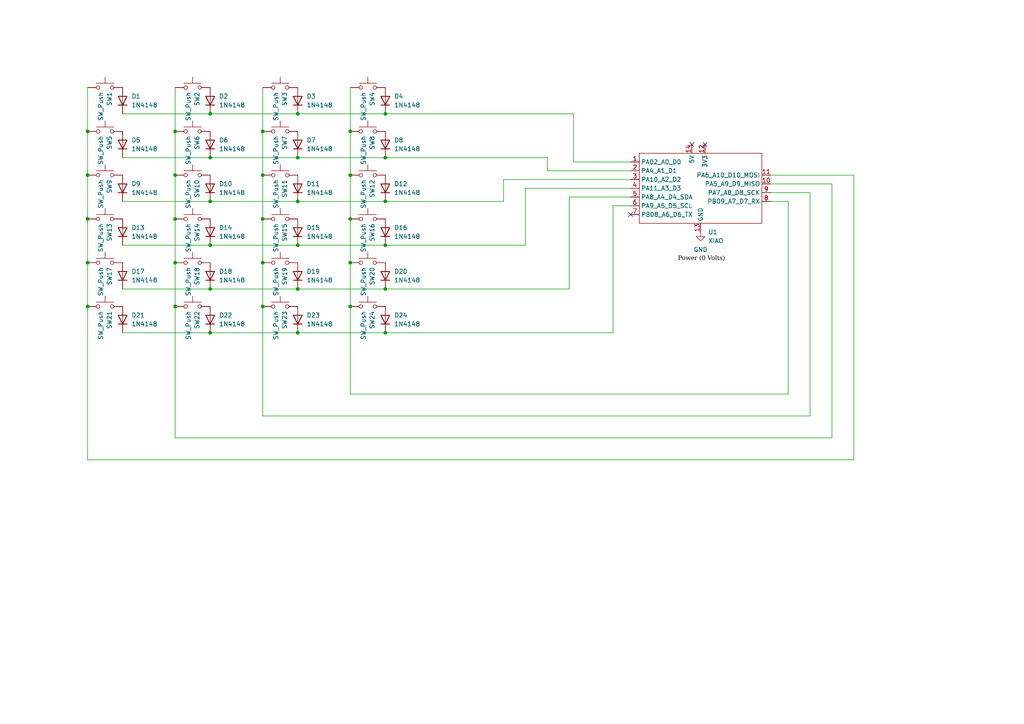
<source format=kicad_sch>
(kicad_sch (version 20231120) (generator "eeschema") (generator_version "8.0")
  (paper "A4")
  (lib_symbols
    (symbol "Device:D" (pin_numbers hide) (pin_names (offset 1.016) hide)
      (property "Reference" "D" (at 0 2.54 0))
      (property "Value" "D" (at 0 -2.54 0))
      (symbol "D_0_1"
        (polyline (pts (xy -1.27 1.27) (xy -1.27 -1.27)) (stroke (width 0.254)))
        (polyline (pts (xy 1.27 0) (xy -1.27 0)))
        (polyline (pts (xy 1.27 1.27) (xy 1.27 -1.27) (xy -1.27 0) (xy 1.27 1.27)) (stroke (width 0.254)))
      )
      (symbol "D_1_1"
        (pin passive line (at -3.81 0 0) (length 2.54) (name "K") (number "1"))
        (pin passive line (at 3.81 0 180) (length 2.54) (name "A") (number "2"))
      )
    )
    (symbol "Switch:SW_Push" (pin_numbers hide) (pin_names (offset 1.016) hide)
      (property "Reference" "SW" (at 1.27 2.54 0))
      (property "Value" "SW_Push" (at 0 -1.524 0))
      (symbol "SW_Push_0_1"
        (circle (center -2.032 0) (radius 0.508))
        (polyline (pts (xy 0 1.27) (xy 0 3.048)))
        (polyline (pts (xy 2.54 1.27) (xy -2.54 1.27)))
        (circle (center 2.032 0) (radius 0.508))
        (pin passive line (at -5.08 0 0) (length 2.54) (name "1") (number "1"))
        (pin passive line (at 5.08 0 180) (length 2.54) (name "2") (number "2"))
      )
    )
    (symbol "XIAO_RP2040:MOUDLE-SEEEDUINO-XIAO"
      (property "Reference" "U" (at -16.51 11.43 0))
      (property "Value" "XIAO" (at -14.478 -11.43 0))
      (symbol "MOUDLE-SEEEDUINO-XIAO_0_1"
        (rectangle (start -16.51 10.16) (end 19.05 -10.16))
      )
      (symbol "MOUDLE-SEEEDUINO-XIAO_1_1"
        (pin bidirectional line (at -19.05 7.62 0) (length 2.54) (name "PA02_A0_D0") (number "1"))
        (pin bidirectional line (at 21.59 1.27 180) (length 2.54) (name "PA5_A9_D9_MISO") (number "10"))
        (pin bidirectional line (at 21.59 3.81 180) (length 2.54) (name "PA6_A10_D10_MOSI") (number "11"))
        (pin power_out line (at 2.54 12.7 270) (length 2.54) (name "3V3") (number "12"))
        (pin power_out line (at 1.27 -12.7 90) (length 2.54) (name "GND") (number "13"))
        (pin power_out line (at -1.27 12.7 270) (length 2.54) (name "5V") (number "14"))
        (pin bidirectional line (at -19.05 5.08 0) (length 2.54) (name "PA4_A1_D1") (number "2"))
        (pin bidirectional line (at -19.05 2.54 0) (length 2.54) (name "PA10_A2_D2") (number "3"))
        (pin bidirectional line (at -19.05 0 0) (length 2.54) (name "PA11_A3_D3") (number "4"))
        (pin bidirectional line (at -19.05 -2.54 0) (length 2.54) (name "PA8_A4_D4_SDA") (number "5"))
        (pin bidirectional line (at -19.05 -5.08 0) (length 2.54) (name "PA9_A5_D5_SCL") (number "6"))
        (pin bidirectional line (at -19.05 -7.62 0) (length 2.54) (name "PB08_A6_D6_TX") (number "7"))
        (pin bidirectional line (at 21.59 -3.81 180) (length 2.54) (name "PB09_A7_D7_RX") (number "8"))
        (pin bidirectional line (at 21.59 -1.27 180) (length 2.54) (name "PA7_A8_D8_SCK") (number "9"))
      )
    )
    (symbol "power:GND" (power) (pin_numbers hide) (pin_names (offset 0) hide)
      (property "Value" "GND" (at 0 -3.81 0))
      (symbol "GND_0_1"
        (polyline (pts (xy 0 0) (xy 0 -1.27) (xy 1.27 -1.27) (xy 0 -2.54) (xy -1.27 -1.27) (xy 0 -1.27)))
      )
      (symbol "GND_1_1"
        (pin power_in line (at 0 0 270) (length 0) (name "~") (number "1"))
      )
    )
  )
  (junction (at 111.76 96.52))
  (junction (at 76.2 50.8))
  (junction (at 76.2 38.1))
  (junction (at 60.96 71.12))
  (junction (at 25.4 63.5))
  (junction (at 50.8 50.8))
  (junction (at 111.76 33.02))
  (junction (at 76.2 88.9))
  (junction (at 111.76 45.72))
  (junction (at 50.8 76.2))
  (junction (at 76.2 76.2))
  (junction (at 60.96 45.72))
  (junction (at 50.8 38.1))
  (junction (at 101.6 38.1))
  (junction (at 50.8 63.5))
  (junction (at 86.36 83.82))
  (junction (at 60.96 83.82))
  (junction (at 50.8 88.9))
  (junction (at 101.6 76.2))
  (junction (at 25.4 50.8))
  (junction (at 86.36 96.52))
  (junction (at 25.4 76.2))
  (junction (at 86.36 71.12))
  (junction (at 101.6 50.8))
  (junction (at 111.76 83.82))
  (junction (at 86.36 33.02))
  (junction (at 101.6 88.9))
  (junction (at 25.4 88.9))
  (junction (at 25.4 38.1))
  (junction (at 86.36 45.72))
  (junction (at 60.96 33.02))
  (junction (at 111.76 71.12))
  (junction (at 60.96 96.52))
  (junction (at 60.96 58.42))
  (junction (at 111.76 58.42))
  (junction (at 86.36 58.42))
  (junction (at 76.2 63.5))
  (junction (at 101.6 63.5))
  (no_connect (at 182.88 62.23))
  (no_connect (at 200.66 41.91))
  (no_connect (at 204.47 41.91))
  (wire (pts (xy 152.4 54.61) (xy 152.4 71.12)))
  (wire (pts (xy 35.56 96.52) (xy 60.96 96.52)))
  (wire (pts (xy 223.52 55.88) (xy 234.95 55.88)))
  (wire (pts (xy 86.36 71.12) (xy 111.76 71.12)))
  (wire (pts (xy 111.76 96.52) (xy 177.8 96.52)))
  (wire (pts (xy 86.36 58.42) (xy 111.76 58.42)))
  (wire (pts (xy 182.88 46.99) (xy 166.37 46.99)))
  (wire (pts (xy 223.52 50.8) (xy 247.65 50.8)))
  (wire (pts (xy 177.8 59.69) (xy 177.8 96.52)))
  (wire (pts (xy 60.96 71.12) (xy 86.36 71.12)))
  (wire (pts (xy 86.36 83.82) (xy 111.76 83.82)))
  (wire (pts (xy 182.88 54.61) (xy 152.4 54.61)))
  (wire (pts (xy 101.6 50.8) (xy 101.6 63.5)))
  (wire (pts (xy 60.96 96.52) (xy 86.36 96.52)))
  (wire (pts (xy 50.8 25.4) (xy 50.8 38.1)))
  (wire (pts (xy 25.4 63.5) (xy 25.4 76.2)))
  (wire (pts (xy 165.1 57.15) (xy 165.1 83.82)))
  (wire (pts (xy 158.75 49.53) (xy 158.75 45.72)))
  (wire (pts (xy 101.6 38.1) (xy 101.6 50.8)))
  (wire (pts (xy 101.6 25.4) (xy 101.6 38.1)))
  (wire (pts (xy 111.76 45.72) (xy 158.75 45.72)))
  (wire (pts (xy 76.2 25.4) (xy 76.2 38.1)))
  (wire (pts (xy 111.76 71.12) (xy 152.4 71.12)))
  (wire (pts (xy 234.95 120.65) (xy 76.2 120.65)))
  (wire (pts (xy 25.4 76.2) (xy 25.4 88.9)))
  (wire (pts (xy 111.76 33.02) (xy 166.37 33.02)))
  (wire (pts (xy 60.96 45.72) (xy 86.36 45.72)))
  (wire (pts (xy 86.36 33.02) (xy 111.76 33.02)))
  (wire (pts (xy 35.56 33.02) (xy 60.96 33.02)))
  (wire (pts (xy 223.52 58.42) (xy 228.6 58.42)))
  (wire (pts (xy 50.8 76.2) (xy 50.8 88.9)))
  (wire (pts (xy 146.05 52.07) (xy 146.05 58.42)))
  (wire (pts (xy 86.36 96.52) (xy 111.76 96.52)))
  (wire (pts (xy 101.6 63.5) (xy 101.6 76.2)))
  (wire (pts (xy 182.88 52.07) (xy 146.05 52.07)))
  (wire (pts (xy 228.6 58.42) (xy 228.6 114.3)))
  (wire (pts (xy 247.65 50.8) (xy 247.65 133.35)))
  (wire (pts (xy 25.4 38.1) (xy 25.4 50.8)))
  (wire (pts (xy 35.56 45.72) (xy 60.96 45.72)))
  (wire (pts (xy 76.2 50.8) (xy 76.2 63.5)))
  (wire (pts (xy 76.2 88.9) (xy 76.2 120.65)))
  (wire (pts (xy 76.2 63.5) (xy 76.2 76.2)))
  (wire (pts (xy 182.88 49.53) (xy 158.75 49.53)))
  (wire (pts (xy 76.2 38.1) (xy 76.2 50.8)))
  (wire (pts (xy 241.3 127) (xy 50.8 127)))
  (wire (pts (xy 223.52 53.34) (xy 241.3 53.34)))
  (wire (pts (xy 60.96 33.02) (xy 86.36 33.02)))
  (wire (pts (xy 50.8 88.9) (xy 50.8 127)))
  (wire (pts (xy 234.95 55.88) (xy 234.95 120.65)))
  (wire (pts (xy 247.65 133.35) (xy 25.4 133.35)))
  (wire (pts (xy 25.4 25.4) (xy 25.4 38.1)))
  (wire (pts (xy 166.37 46.99) (xy 166.37 33.02)))
  (wire (pts (xy 50.8 63.5) (xy 50.8 76.2)))
  (wire (pts (xy 182.88 59.69) (xy 177.8 59.69)))
  (wire (pts (xy 35.56 83.82) (xy 60.96 83.82)))
  (wire (pts (xy 50.8 38.1) (xy 50.8 50.8)))
  (wire (pts (xy 76.2 76.2) (xy 76.2 88.9)))
  (wire (pts (xy 228.6 114.3) (xy 101.6 114.3)))
  (wire (pts (xy 35.56 71.12) (xy 60.96 71.12)))
  (wire (pts (xy 50.8 50.8) (xy 50.8 63.5)))
  (wire (pts (xy 60.96 83.82) (xy 86.36 83.82)))
  (wire (pts (xy 241.3 53.34) (xy 241.3 127)))
  (wire (pts (xy 86.36 45.72) (xy 111.76 45.72)))
  (wire (pts (xy 60.96 58.42) (xy 86.36 58.42)))
  (wire (pts (xy 35.56 58.42) (xy 60.96 58.42)))
  (wire (pts (xy 25.4 88.9) (xy 25.4 133.35)))
  (wire (pts (xy 25.4 50.8) (xy 25.4 63.5)))
  (wire (pts (xy 101.6 76.2) (xy 101.6 88.9)))
  (wire (pts (xy 111.76 58.42) (xy 146.05 58.42)))
  (wire (pts (xy 101.6 88.9) (xy 101.6 114.3)))
  (wire (pts (xy 111.76 83.82) (xy 165.1 83.82)))
  (wire (pts (xy 182.88 57.15) (xy 165.1 57.15)))
  (text "Power (0 Volts)" (at 203.454 75.438 0) (effects (font (size 1.27 1.27))))
  (symbol (lib_id "Device:D") (at 60.96 80.01 90) (unit 1)
    (property "Reference" "D18" (at 63.5 78.7399 90) (effects (justify right)))
    (property "Value" "1N4148" (at 63.5 81.2799 90) (effects (justify right)))
    (property "Footprint" "Diode_THT:D_DO-35_SOD27_P7.62mm_Horizontal" (effects (hide yes)))
    (property "Description" "Diode" (effects (hide yes)))
    (property "Sim.Device" "D" (effects (hide yes)))
    (property "Sim.Pins" "1=K 2=A" (effects (hide yes)))
  )
  (symbol (lib_id "Device:D") (at 60.96 54.61 90) (unit 1)
    (property "Reference" "D10" (at 63.5 53.3399 90) (effects (justify right)))
    (property "Value" "1N4148" (at 63.5 55.8799 90) (effects (justify right)))
    (property "Footprint" "Diode_THT:D_DO-35_SOD27_P7.62mm_Horizontal" (effects (hide yes)))
    (property "Description" "Diode" (effects (hide yes)))
    (property "Sim.Device" "D" (effects (hide yes)))
    (property "Sim.Pins" "1=K 2=A" (effects (hide yes)))
  )
  (symbol (lib_id "Switch:SW_Push") (at 106.68 38.1 0) (unit 1)
    (property "Reference" "SW8" (at 107.9501 39.37 90) (effects (justify right)))
    (property "Value" "SW_Push" (at 105.4101 39.37 90) (effects (justify right)))
    (property "Footprint" "Button_Switch_Keyboard:SW_Cherry_MX_1.00u_PCB" (effects (hide yes)))
    (property "Description" "Push button switch, generic, two pins" (effects (hide yes)))
  )
  (symbol (lib_id "Device:D") (at 111.76 67.31 90) (unit 1)
    (property "Reference" "D16" (at 114.3 66.0399 90) (effects (justify right)))
    (property "Value" "1N4148" (at 114.3 68.5799 90) (effects (justify right)))
    (property "Footprint" "Diode_THT:D_DO-35_SOD27_P7.62mm_Horizontal" (effects (hide yes)))
    (property "Description" "Diode" (effects (hide yes)))
    (property "Sim.Device" "D" (effects (hide yes)))
    (property "Sim.Pins" "1=K 2=A" (effects (hide yes)))
  )
  (symbol (lib_id "Device:D") (at 111.76 29.21 90) (unit 1)
    (property "Reference" "D4" (at 114.3 27.9399 90) (effects (justify right)))
    (property "Value" "1N4148" (at 114.3 30.4799 90) (effects (justify right)))
    (property "Footprint" "Diode_THT:D_DO-35_SOD27_P7.62mm_Horizontal" (effects (hide yes)))
    (property "Description" "Diode" (effects (hide yes)))
    (property "Sim.Device" "D" (effects (hide yes)))
    (property "Sim.Pins" "1=K 2=A" (effects (hide yes)))
  )
  (symbol (lib_id "Device:D") (at 35.56 92.71 90) (unit 1)
    (property "Reference" "D21" (at 38.1 91.4399 90) (effects (justify right)))
    (property "Value" "1N4148" (at 38.1 93.9799 90) (effects (justify right)))
    (property "Footprint" "Diode_THT:D_DO-35_SOD27_P7.62mm_Horizontal" (effects (hide yes)))
    (property "Description" "Diode" (effects (hide yes)))
    (property "Sim.Device" "D" (effects (hide yes)))
    (property "Sim.Pins" "1=K 2=A" (effects (hide yes)))
  )
  (symbol (lib_id "Device:D") (at 60.96 67.31 90) (unit 1)
    (property "Reference" "D14" (at 63.5 66.0399 90) (effects (justify right)))
    (property "Value" "1N4148" (at 63.5 68.5799 90) (effects (justify right)))
    (property "Footprint" "Diode_THT:D_DO-35_SOD27_P7.62mm_Horizontal" (effects (hide yes)))
    (property "Description" "Diode" (effects (hide yes)))
    (property "Sim.Device" "D" (effects (hide yes)))
    (property "Sim.Pins" "1=K 2=A" (effects (hide yes)))
  )
  (symbol (lib_id "Device:D") (at 35.56 29.21 90) (unit 1)
    (property "Reference" "D1" (at 38.1 27.9399 90) (effects (justify right)))
    (property "Value" "1N4148" (at 38.1 30.4799 90) (effects (justify right)))
    (property "Footprint" "Diode_THT:D_DO-35_SOD27_P7.62mm_Horizontal" (effects (hide yes)))
    (property "Description" "Diode" (effects (hide yes)))
    (property "Sim.Device" "D" (effects (hide yes)))
    (property "Sim.Pins" "1=K 2=A" (effects (hide yes)))
  )
  (symbol (lib_id "Switch:SW_Push") (at 81.28 25.4 0) (unit 1)
    (property "Reference" "SW3" (at 82.5501 26.67 90) (effects (justify right)))
    (property "Value" "SW_Push" (at 80.0101 26.67 90) (effects (justify right)))
    (property "Footprint" "Button_Switch_Keyboard:SW_Cherry_MX_1.00u_PCB" (effects (hide yes)))
    (property "Description" "Push button switch, generic, two pins" (effects (hide yes)))
  )
  (symbol (lib_id "Switch:SW_Push") (at 81.28 63.5 0) (unit 1)
    (property "Reference" "SW15" (at 82.5501 64.77 90) (effects (justify right)))
    (property "Value" "SW_Push" (at 80.0101 64.77 90) (effects (justify right)))
    (property "Footprint" "Button_Switch_Keyboard:SW_Cherry_MX_1.00u_PCB" (effects (hide yes)))
    (property "Description" "Push button switch, generic, two pins" (effects (hide yes)))
  )
  (symbol (lib_id "Device:D") (at 60.96 92.71 90) (unit 1)
    (property "Reference" "D22" (at 63.5 91.4399 90) (effects (justify right)))
    (property "Value" "1N4148" (at 63.5 93.9799 90) (effects (justify right)))
    (property "Footprint" "Diode_THT:D_DO-35_SOD27_P7.62mm_Horizontal" (effects (hide yes)))
    (property "Description" "Diode" (effects (hide yes)))
    (property "Sim.Device" "D" (effects (hide yes)))
    (property "Sim.Pins" "1=K 2=A" (effects (hide yes)))
  )
  (symbol (lib_id "Switch:SW_Push") (at 30.48 76.2 0) (unit 1)
    (property "Reference" "SW17" (at 31.7501 77.47 90) (effects (justify right)))
    (property "Value" "SW_Push" (at 29.2101 77.47 90) (effects (justify right)))
    (property "Footprint" "Button_Switch_Keyboard:SW_Cherry_MX_1.00u_PCB" (effects (hide yes)))
    (property "Description" "Push button switch, generic, two pins" (effects (hide yes)))
  )
  (symbol (lib_id "XIAO_RP2040:MOUDLE-SEEEDUINO-XIAO") (at 201.93 54.61 0) (unit 1)
    (property "Reference" "U1" (at 205.3941 67.31 0) (effects (justify left)))
    (property "Value" "XIAO" (at 205.3941 69.85 0) (effects (justify left)))
    (property "Footprint" "footprints:XIAO-Generic-Hybrid-14P-2.54-21X17.8MM" (effects (hide yes)))
  )
  (symbol (lib_id "Switch:SW_Push") (at 81.28 88.9 0) (unit 1)
    (property "Reference" "SW23" (at 82.5501 90.17 90) (effects (justify right)))
    (property "Value" "SW_Push" (at 80.0101 90.17 90) (effects (justify right)))
    (property "Footprint" "Button_Switch_Keyboard:SW_Cherry_MX_1.00u_PCB" (effects (hide yes)))
    (property "Description" "Push button switch, generic, two pins" (effects (hide yes)))
  )
  (symbol (lib_id "Device:D") (at 60.96 41.91 90) (unit 1)
    (property "Reference" "D6" (at 63.5 40.6399 90) (effects (justify right)))
    (property "Value" "1N4148" (at 63.5 43.1799 90) (effects (justify right)))
    (property "Footprint" "Diode_THT:D_DO-35_SOD27_P7.62mm_Horizontal" (effects (hide yes)))
    (property "Description" "Diode" (effects (hide yes)))
    (property "Sim.Device" "D" (effects (hide yes)))
    (property "Sim.Pins" "1=K 2=A" (effects (hide yes)))
  )
  (symbol (lib_id "Device:D") (at 86.36 54.61 90) (unit 1)
    (property "Reference" "D11" (at 88.9 53.3399 90) (effects (justify right)))
    (property "Value" "1N4148" (at 88.9 55.8799 90) (effects (justify right)))
    (property "Footprint" "Diode_THT:D_DO-35_SOD27_P7.62mm_Horizontal" (effects (hide yes)))
    (property "Description" "Diode" (effects (hide yes)))
    (property "Sim.Device" "D" (effects (hide yes)))
    (property "Sim.Pins" "1=K 2=A" (effects (hide yes)))
  )
  (symbol (lib_id "Switch:SW_Push") (at 30.48 63.5 0) (unit 1)
    (property "Reference" "SW13" (at 31.7501 64.77 90) (effects (justify right)))
    (property "Value" "SW_Push" (at 29.2101 64.77 90) (effects (justify right)))
    (property "Footprint" "Button_Switch_Keyboard:SW_Cherry_MX_1.00u_PCB" (effects (hide yes)))
    (property "Description" "Push button switch, generic, two pins" (effects (hide yes)))
  )
  (symbol (lib_id "Device:D") (at 86.36 80.01 90) (unit 1)
    (property "Reference" "D19" (at 88.9 78.7399 90) (effects (justify right)))
    (property "Value" "1N4148" (at 88.9 81.2799 90) (effects (justify right)))
    (property "Footprint" "Diode_THT:D_DO-35_SOD27_P7.62mm_Horizontal" (effects (hide yes)))
    (property "Description" "Diode" (effects (hide yes)))
    (property "Sim.Device" "D" (effects (hide yes)))
    (property "Sim.Pins" "1=K 2=A" (effects (hide yes)))
  )
  (symbol (lib_id "Switch:SW_Push") (at 81.28 38.1 0) (unit 1)
    (property "Reference" "SW7" (at 82.5501 39.37 90) (effects (justify right)))
    (property "Value" "SW_Push" (at 80.0101 39.37 90) (effects (justify right)))
    (property "Footprint" "Button_Switch_Keyboard:SW_Cherry_MX_1.00u_PCB" (effects (hide yes)))
    (property "Description" "Push button switch, generic, two pins" (effects (hide yes)))
  )
  (symbol (lib_id "Switch:SW_Push") (at 30.48 50.8 0) (unit 1)
    (property "Reference" "SW9" (at 31.7501 52.07 90) (effects (justify right)))
    (property "Value" "SW_Push" (at 29.2101 52.07 90) (effects (justify right)))
    (property "Footprint" "Button_Switch_Keyboard:SW_Cherry_MX_1.00u_PCB" (effects (hide yes)))
    (property "Description" "Push button switch, generic, two pins" (effects (hide yes)))
  )
  (symbol (lib_id "Switch:SW_Push") (at 55.88 38.1 0) (unit 1)
    (property "Reference" "SW6" (at 57.1501 39.37 90) (effects (justify right)))
    (property "Value" "SW_Push" (at 54.6101 39.37 90) (effects (justify right)))
    (property "Footprint" "Button_Switch_Keyboard:SW_Cherry_MX_1.00u_PCB" (effects (hide yes)))
    (property "Description" "Push button switch, generic, two pins" (effects (hide yes)))
  )
  (symbol (lib_id "Switch:SW_Push") (at 55.88 63.5 0) (unit 1)
    (property "Reference" "SW14" (at 57.1501 64.77 90) (effects (justify right)))
    (property "Value" "SW_Push" (at 54.6101 64.77 90) (effects (justify right)))
    (property "Footprint" "Button_Switch_Keyboard:SW_Cherry_MX_1.00u_PCB" (effects (hide yes)))
    (property "Description" "Push button switch, generic, two pins" (effects (hide yes)))
  )
  (symbol (lib_id "Switch:SW_Push") (at 55.88 88.9 0) (unit 1)
    (property "Reference" "SW22" (at 57.1501 90.17 90) (effects (justify right)))
    (property "Value" "SW_Push" (at 54.6101 90.17 90) (effects (justify right)))
    (property "Footprint" "Button_Switch_Keyboard:SW_Cherry_MX_1.00u_PCB" (effects (hide yes)))
    (property "Description" "Push button switch, generic, two pins" (effects (hide yes)))
  )
  (symbol (lib_id "Device:D") (at 111.76 80.01 90) (unit 1)
    (property "Reference" "D20" (at 114.3 78.7399 90) (effects (justify right)))
    (property "Value" "1N4148" (at 114.3 81.2799 90) (effects (justify right)))
    (property "Footprint" "Diode_THT:D_DO-35_SOD27_P7.62mm_Horizontal" (effects (hide yes)))
    (property "Description" "Diode" (effects (hide yes)))
    (property "Sim.Device" "D" (effects (hide yes)))
    (property "Sim.Pins" "1=K 2=A" (effects (hide yes)))
  )
  (symbol (lib_id "Switch:SW_Push") (at 55.88 25.4 0) (unit 1)
    (property "Reference" "SW2" (at 57.1501 26.67 90) (effects (justify right)))
    (property "Value" "SW_Push" (at 54.6101 26.67 90) (effects (justify right)))
    (property "Footprint" "Button_Switch_Keyboard:SW_Cherry_MX_1.00u_PCB" (effects (hide yes)))
    (property "Description" "Push button switch, generic, two pins" (effects (hide yes)))
  )
  (symbol (lib_id "Switch:SW_Push") (at 106.68 76.2 0) (unit 1)
    (property "Reference" "SW20" (at 107.9501 77.47 90) (effects (justify right)))
    (property "Value" "SW_Push" (at 105.4101 77.47 90) (effects (justify right)))
    (property "Footprint" "Button_Switch_Keyboard:SW_Cherry_MX_1.00u_PCB" (effects (hide yes)))
    (property "Description" "Push button switch, generic, two pins" (effects (hide yes)))
  )
  (symbol (lib_id "Device:D") (at 111.76 92.71 90) (unit 1)
    (property "Reference" "D24" (at 114.3 91.4399 90) (effects (justify right)))
    (property "Value" "1N4148" (at 114.3 93.9799 90) (effects (justify right)))
    (property "Footprint" "Diode_THT:D_DO-35_SOD27_P7.62mm_Horizontal" (effects (hide yes)))
    (property "Description" "Diode" (effects (hide yes)))
    (property "Sim.Device" "D" (effects (hide yes)))
    (property "Sim.Pins" "1=K 2=A" (effects (hide yes)))
  )
  (symbol (lib_id "Device:D") (at 86.36 29.21 90) (unit 1)
    (property "Reference" "D3" (at 88.9 27.9399 90) (effects (justify right)))
    (property "Value" "1N4148" (at 88.9 30.4799 90) (effects (justify right)))
    (property "Footprint" "Diode_THT:D_DO-35_SOD27_P7.62mm_Horizontal" (effects (hide yes)))
    (property "Description" "Diode" (effects (hide yes)))
    (property "Sim.Device" "D" (effects (hide yes)))
    (property "Sim.Pins" "1=K 2=A" (effects (hide yes)))
  )
  (symbol (lib_id "Switch:SW_Push") (at 30.48 25.4 0) (unit 1)
    (property "Reference" "SW1" (at 31.7501 26.67 90) (effects (justify right)))
    (property "Value" "SW_Push" (at 29.2101 26.67 90) (effects (justify right)))
    (property "Footprint" "Button_Switch_Keyboard:SW_Cherry_MX_1.00u_PCB" (effects (hide yes)))
    (property "Description" "Push button switch, generic, two pins" (effects (hide yes)))
  )
  (symbol (lib_id "Switch:SW_Push") (at 30.48 38.1 0) (unit 1)
    (property "Reference" "SW5" (at 31.7501 39.37 90) (effects (justify right)))
    (property "Value" "SW_Push" (at 29.2101 39.37 90) (effects (justify right)))
    (property "Footprint" "Button_Switch_Keyboard:SW_Cherry_MX_1.00u_PCB" (effects (hide yes)))
    (property "Description" "Push button switch, generic, two pins" (effects (hide yes)))
  )
  (symbol (lib_id "Device:D") (at 111.76 54.61 90) (unit 1)
    (property "Reference" "D12" (at 114.3 53.3399 90) (effects (justify right)))
    (property "Value" "1N4148" (at 114.3 55.8799 90) (effects (justify right)))
    (property "Footprint" "Diode_THT:D_DO-35_SOD27_P7.62mm_Horizontal" (effects (hide yes)))
    (property "Description" "Diode" (effects (hide yes)))
    (property "Sim.Device" "D" (effects (hide yes)))
    (property "Sim.Pins" "1=K 2=A" (effects (hide yes)))
  )
  (symbol (lib_id "Device:D") (at 60.96 29.21 90) (unit 1)
    (property "Reference" "D2" (at 63.5 27.9399 90) (effects (justify right)))
    (property "Value" "1N4148" (at 63.5 30.4799 90) (effects (justify right)))
    (property "Footprint" "Diode_THT:D_DO-35_SOD27_P7.62mm_Horizontal" (effects (hide yes)))
    (property "Description" "Diode" (effects (hide yes)))
    (property "Sim.Device" "D" (effects (hide yes)))
    (property "Sim.Pins" "1=K 2=A" (effects (hide yes)))
  )
  (symbol (lib_id "Switch:SW_Push") (at 106.68 63.5 0) (unit 1)
    (property "Reference" "SW16" (at 107.9501 64.77 90) (effects (justify right)))
    (property "Value" "SW_Push" (at 105.4101 64.77 90) (effects (justify right)))
    (property "Footprint" "Button_Switch_Keyboard:SW_Cherry_MX_1.00u_PCB" (effects (hide yes)))
    (property "Description" "Push button switch, generic, two pins" (effects (hide yes)))
  )
  (symbol (lib_id "Switch:SW_Push") (at 106.68 88.9 0) (unit 1)
    (property "Reference" "SW24" (at 107.9501 90.17 90) (effects (justify right)))
    (property "Value" "SW_Push" (at 105.4101 90.17 90) (effects (justify right)))
    (property "Footprint" "Button_Switch_Keyboard:SW_Cherry_MX_1.00u_PCB" (effects (hide yes)))
    (property "Description" "Push button switch, generic, two pins" (effects (hide yes)))
  )
  (symbol (lib_id "Switch:SW_Push") (at 106.68 25.4 0) (unit 1)
    (property "Reference" "SW4" (at 107.9501 26.67 90) (effects (justify right)))
    (property "Value" "SW_Push" (at 105.4101 26.67 90) (effects (justify right)))
    (property "Footprint" "Button_Switch_Keyboard:SW_Cherry_MX_1.00u_PCB" (effects (hide yes)))
    (property "Description" "Push button switch, generic, two pins" (effects (hide yes)))
  )
  (symbol (lib_id "Device:D") (at 111.76 41.91 90) (unit 1)
    (property "Reference" "D8" (at 114.3 40.6399 90) (effects (justify right)))
    (property "Value" "1N4148" (at 114.3 43.1799 90) (effects (justify right)))
    (property "Footprint" "Diode_THT:D_DO-35_SOD27_P7.62mm_Horizontal" (effects (hide yes)))
    (property "Description" "Diode" (effects (hide yes)))
    (property "Sim.Device" "D" (effects (hide yes)))
    (property "Sim.Pins" "1=K 2=A" (effects (hide yes)))
  )
  (symbol (lib_id "Switch:SW_Push") (at 81.28 76.2 0) (unit 1)
    (property "Reference" "SW19" (at 82.5501 77.47 90) (effects (justify right)))
    (property "Value" "SW_Push" (at 80.0101 77.47 90) (effects (justify right)))
    (property "Footprint" "Button_Switch_Keyboard:SW_Cherry_MX_1.00u_PCB" (effects (hide yes)))
    (property "Description" "Push button switch, generic, two pins" (effects (hide yes)))
  )
  (symbol (lib_id "Switch:SW_Push") (at 30.48 88.9 0) (unit 1)
    (property "Reference" "SW21" (at 31.7501 90.17 90) (effects (justify right)))
    (property "Value" "SW_Push" (at 29.2101 90.17 90) (effects (justify right)))
    (property "Footprint" "Button_Switch_Keyboard:SW_Cherry_MX_1.00u_PCB" (effects (hide yes)))
    (property "Description" "Push button switch, generic, two pins" (effects (hide yes)))
  )
  (symbol (lib_id "power:GND") (at 203.2 67.31 0) (unit 1)
    (property "Reference" "#PWR03" (effects (hide yes)))
    (property "Value" "GND" (at 203.2 72.39 0))
    (property "Description" "Power symbol creates a global label with name \"GND\" , ground" (effects (hide yes)))
  )
  (symbol (lib_id "Device:D") (at 35.56 41.91 90) (unit 1)
    (property "Reference" "D5" (at 38.1 40.6399 90) (effects (justify right)))
    (property "Value" "1N4148" (at 38.1 43.1799 90) (effects (justify right)))
    (property "Footprint" "Diode_THT:D_DO-35_SOD27_P7.62mm_Horizontal" (effects (hide yes)))
    (property "Description" "Diode" (effects (hide yes)))
    (property "Sim.Device" "D" (effects (hide yes)))
    (property "Sim.Pins" "1=K 2=A" (effects (hide yes)))
  )
  (symbol (lib_id "Device:D") (at 86.36 92.71 90) (unit 1)
    (property "Reference" "D23" (at 88.9 91.4399 90) (effects (justify right)))
    (property "Value" "1N4148" (at 88.9 93.9799 90) (effects (justify right)))
    (property "Footprint" "Diode_THT:D_DO-35_SOD27_P7.62mm_Horizontal" (effects (hide yes)))
    (property "Description" "Diode" (effects (hide yes)))
    (property "Sim.Device" "D" (effects (hide yes)))
    (property "Sim.Pins" "1=K 2=A" (effects (hide yes)))
  )
  (symbol (lib_id "Switch:SW_Push") (at 81.28 50.8 0) (unit 1)
    (property "Reference" "SW11" (at 82.5501 52.07 90) (effects (justify right)))
    (property "Value" "SW_Push" (at 80.0101 52.07 90) (effects (justify right)))
    (property "Footprint" "Button_Switch_Keyboard:SW_Cherry_MX_1.00u_PCB" (effects (hide yes)))
    (property "Description" "Push button switch, generic, two pins" (effects (hide yes)))
  )
  (symbol (lib_id "Device:D") (at 35.56 80.01 90) (unit 1)
    (property "Reference" "D17" (at 38.1 78.7399 90) (effects (justify right)))
    (property "Value" "1N4148" (at 38.1 81.2799 90) (effects (justify right)))
    (property "Footprint" "Diode_THT:D_DO-35_SOD27_P7.62mm_Horizontal" (effects (hide yes)))
    (property "Description" "Diode" (effects (hide yes)))
    (property "Sim.Device" "D" (effects (hide yes)))
    (property "Sim.Pins" "1=K 2=A" (effects (hide yes)))
  )
  (symbol (lib_id "Device:D") (at 86.36 67.31 90) (unit 1)
    (property "Reference" "D15" (at 88.9 66.0399 90) (effects (justify right)))
    (property "Value" "1N4148" (at 88.9 68.5799 90) (effects (justify right)))
    (property "Footprint" "Diode_THT:D_DO-35_SOD27_P7.62mm_Horizontal" (effects (hide yes)))
    (property "Description" "Diode" (effects (hide yes)))
    (property "Sim.Device" "D" (effects (hide yes)))
    (property "Sim.Pins" "1=K 2=A" (effects (hide yes)))
  )
  (symbol (lib_id "Device:D") (at 35.56 54.61 90) (unit 1)
    (property "Reference" "D9" (at 38.1 53.3399 90) (effects (justify right)))
    (property "Value" "1N4148" (at 38.1 55.8799 90) (effects (justify right)))
    (property "Footprint" "Diode_THT:D_DO-35_SOD27_P7.62mm_Horizontal" (effects (hide yes)))
    (property "Description" "Diode" (effects (hide yes)))
    (property "Sim.Device" "D" (effects (hide yes)))
    (property "Sim.Pins" "1=K 2=A" (effects (hide yes)))
  )
  (symbol (lib_id "Switch:SW_Push") (at 55.88 50.8 0) (unit 1)
    (property "Reference" "SW10" (at 57.1501 52.07 90) (effects (justify right)))
    (property "Value" "SW_Push" (at 54.6101 52.07 90) (effects (justify right)))
    (property "Footprint" "Button_Switch_Keyboard:SW_Cherry_MX_1.00u_PCB" (effects (hide yes)))
    (property "Description" "Push button switch, generic, two pins" (effects (hide yes)))
  )
  (symbol (lib_id "Switch:SW_Push") (at 55.88 76.2 0) (unit 1)
    (property "Reference" "SW18" (at 57.1501 77.47 90) (effects (justify right)))
    (property "Value" "SW_Push" (at 54.6101 77.47 90) (effects (justify right)))
    (property "Footprint" "Button_Switch_Keyboard:SW_Cherry_MX_1.00u_PCB" (effects (hide yes)))
    (property "Description" "Push button switch, generic, two pins" (effects (hide yes)))
  )
  (symbol (lib_id "Device:D") (at 35.56 67.31 90) (unit 1)
    (property "Reference" "D13" (at 38.1 66.0399 90) (effects (justify right)))
    (property "Value" "1N4148" (at 38.1 68.5799 90) (effects (justify right)))
    (property "Footprint" "Diode_THT:D_DO-35_SOD27_P7.62mm_Horizontal" (effects (hide yes)))
    (property "Description" "Diode" (effects (hide yes)))
    (property "Sim.Device" "D" (effects (hide yes)))
    (property "Sim.Pins" "1=K 2=A" (effects (hide yes)))
  )
  (symbol (lib_id "Switch:SW_Push") (at 106.68 50.8 0) (unit 1)
    (property "Reference" "SW12" (at 107.9501 52.07 90) (effects (justify right)))
    (property "Value" "SW_Push" (at 105.4101 52.07 90) (effects (justify right)))
    (property "Footprint" "Button_Switch_Keyboard:SW_Cherry_MX_1.00u_PCB" (effects (hide yes)))
    (property "Description" "Push button switch, generic, two pins" (effects (hide yes)))
  )
  (symbol (lib_id "Device:D") (at 86.36 41.91 90) (unit 1)
    (property "Reference" "D7" (at 88.9 40.6399 90) (effects (justify right)))
    (property "Value" "1N4148" (at 88.9 43.1799 90) (effects (justify right)))
    (property "Footprint" "Diode_THT:D_DO-35_SOD27_P7.62mm_Horizontal" (effects (hide yes)))
    (property "Description" "Diode" (effects (hide yes)))
    (property "Sim.Device" "D" (effects (hide yes)))
    (property "Sim.Pins" "1=K 2=A" (effects (hide yes)))
  )
)
</source>
